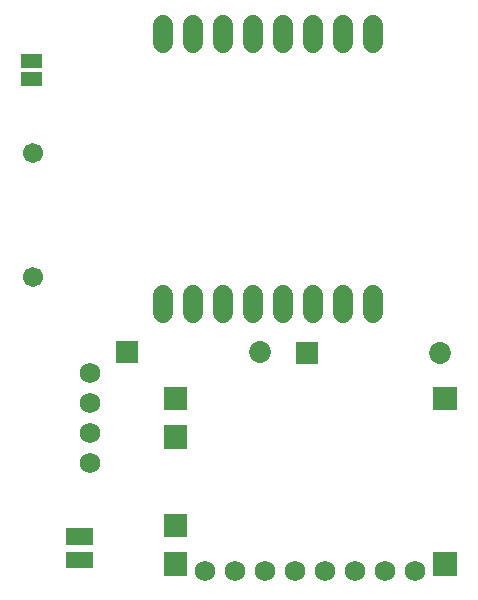
<source format=gts>
G04 Layer: TopSolderMaskLayer*
G04 EasyEDA v6.4.25, 2022-03-11T05:41:43+01:00*
G04 Gerber Generator version 0.2*
G04 Scale: 100 percent, Rotated: No, Reflected: No *
G04 Dimensions in millimeters *
G04 leading zeros omitted , absolute positions ,4 integer and 5 decimal *
%FSLAX45Y45*%
%MOMM*%

%ADD26C,1.7272*%
%ADD28C,1.8532*%
%ADD30C,1.7016*%

%LPD*%
D26*
X2159000Y7251700D02*
G01*
X2159000Y7404100D01*
X2413000Y7251700D02*
G01*
X2413000Y7404100D01*
X2667000Y7251700D02*
G01*
X2667000Y7404100D01*
X2921000Y7251700D02*
G01*
X2921000Y7404100D01*
X3175000Y7251700D02*
G01*
X3175000Y7404100D01*
X3429000Y7251700D02*
G01*
X3429000Y7404100D01*
X3683000Y7251700D02*
G01*
X3683000Y7404100D01*
X3937000Y7251700D02*
G01*
X3937000Y7404100D01*
X3937000Y9537700D02*
G01*
X3937000Y9690100D01*
X3683000Y9537700D02*
G01*
X3683000Y9690100D01*
X3429000Y9537700D02*
G01*
X3429000Y9690100D01*
X3175000Y9537700D02*
G01*
X3175000Y9690100D01*
X2921000Y9537700D02*
G01*
X2921000Y9690100D01*
X2667000Y9537700D02*
G01*
X2667000Y9690100D01*
X2413000Y9537700D02*
G01*
X2413000Y9690100D01*
X2159000Y9537700D02*
G01*
X2159000Y9690100D01*
G36*
X3281934Y6816089D02*
G01*
X3281934Y7001510D01*
X3467100Y7001510D01*
X3467100Y6816089D01*
G37*
D28*
G01*
X4499508Y6908800D03*
G36*
X1757934Y6828789D02*
G01*
X1757934Y7014210D01*
X1943100Y7014210D01*
X1943100Y6828789D01*
G37*
G01*
X2975508Y6921500D03*
D26*
G01*
X1536700Y6743700D03*
G01*
X1536700Y6489700D03*
G01*
X1536700Y6235700D03*
G01*
X1536700Y5981700D03*
G36*
X1329689Y5087620D02*
G01*
X1329689Y5227828D01*
X1565910Y5227828D01*
X1565910Y5087620D01*
G37*
G36*
X1329689Y5287771D02*
G01*
X1329689Y5427979D01*
X1565910Y5427979D01*
X1565910Y5287771D01*
G37*
D30*
G01*
X1054100Y7552181D03*
G01*
X1054100Y8602192D03*
G36*
X4440681Y5025389D02*
G01*
X4440681Y5225542D01*
X4640834Y5225542D01*
X4640834Y5025389D01*
G37*
G36*
X4440681Y6425437D02*
G01*
X4440681Y6625589D01*
X4640834Y6625589D01*
X4640834Y6425437D01*
G37*
G36*
X2160270Y5025389D02*
G01*
X2160270Y5225542D01*
X2360422Y5225542D01*
X2360422Y5025389D01*
G37*
G36*
X2160270Y6425437D02*
G01*
X2160270Y6625589D01*
X2360422Y6625589D01*
X2360422Y6425437D01*
G37*
G36*
X2160270Y5350510D02*
G01*
X2160270Y5550662D01*
X2360422Y5550662D01*
X2360422Y5350510D01*
G37*
G36*
X2160270Y6100318D02*
G01*
X2160270Y6300470D01*
X2360422Y6300470D01*
X2360422Y6100318D01*
G37*
G36*
X956310Y9172702D02*
G01*
X956310Y9293097D01*
X1126489Y9293097D01*
X1126489Y9172702D01*
G37*
G36*
X956310Y9325102D02*
G01*
X956310Y9445497D01*
X1126489Y9445497D01*
X1126489Y9325102D01*
G37*
D26*
G01*
X4292600Y5067300D03*
G01*
X4038600Y5067300D03*
G01*
X3784600Y5067300D03*
G01*
X3530600Y5067300D03*
G01*
X3276600Y5067300D03*
G01*
X3022600Y5067300D03*
G01*
X2768600Y5067300D03*
G01*
X2514600Y5067300D03*
M02*

</source>
